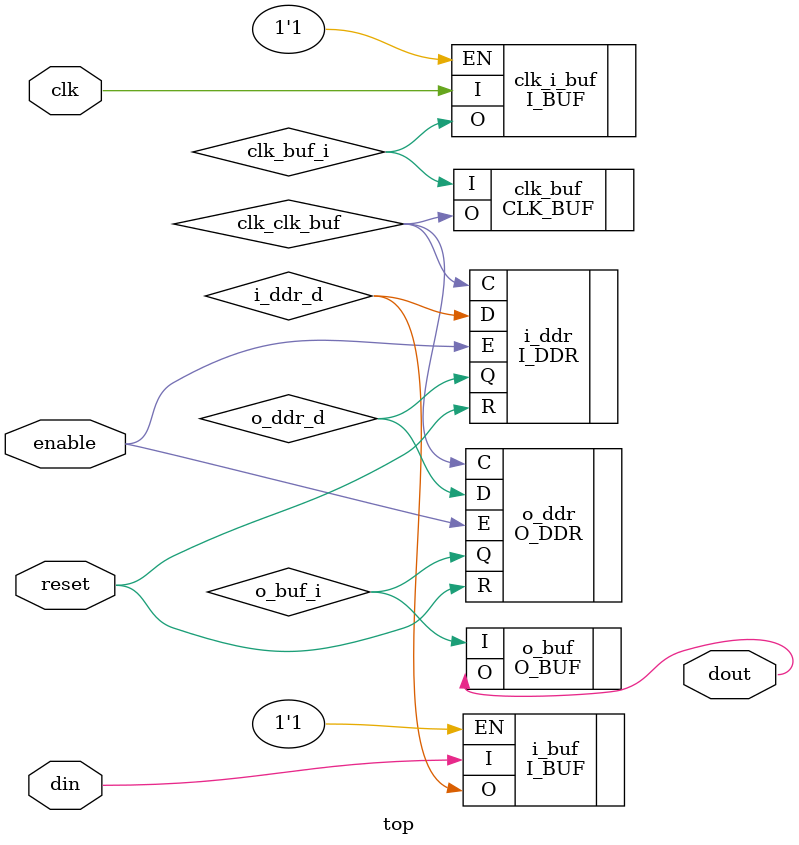
<source format=v>

/*
  Primitive Description:

          |-------------------------------------------------------|
          |                                                       |
    clk --|--> I_BUF --> CLK_BUF                                  |
          |                                                       |
  reset --|--> I_BUF                                              |
          |                                                       |
 enable --|--> I_BUF                                              |
          |                                                       |
          |              |-------|-->                             |
    din --|--> I_BUF --> | I_DDR |                                |
          |              |-------|-->                             |
          |                                                       |
          |                              -->|-------|             |
          |                                 | O_DDR | --> O_BUF --|--> dout
          |                              -->|-------|             |
          |                                                       |
          |-------------------------------------------------------|

  SW Readiness:

    SYN:: Yes
    PPDB:: Yes
    BitGen:: No

  Testing (Simulation/Emulator):

    Not Yet

  Source:

    GJC-16 + GJC-17
*/

module top(
  input wire clk,
  input wire reset,
  input wire enable,
  input wire din,
  output wire dout
);
  wire clk_buf_i;
  wire clk_clk_buf;
  wire i_ddr_d;
  wire o_ddr_d;
  wire o_buf_i;
  I_BUF clk_i_buf(
    .I(clk),
    .EN(1'b1),
    .O(clk_buf_i)
  );
  CLK_BUF clk_buf(
    .I(clk_buf_i),
    .O(clk_clk_buf)
  );
  I_BUF i_buf(
    .I(din),
    .EN(1'b1),
    .O(i_ddr_d)
  );
  I_DDR i_ddr(
    .D(i_ddr_d),
    .R(reset),
    .E(enable),
    .C(clk_clk_buf),
    .Q(o_ddr_d)
  );
  O_DDR o_ddr(
    .D(o_ddr_d),
    .R(reset),
    .E(enable),
    .C(clk_clk_buf),
    .Q(o_buf_i)
  );
  O_BUF o_buf(
    .I(o_buf_i),
    .O(dout)
  );

endmodule

</source>
